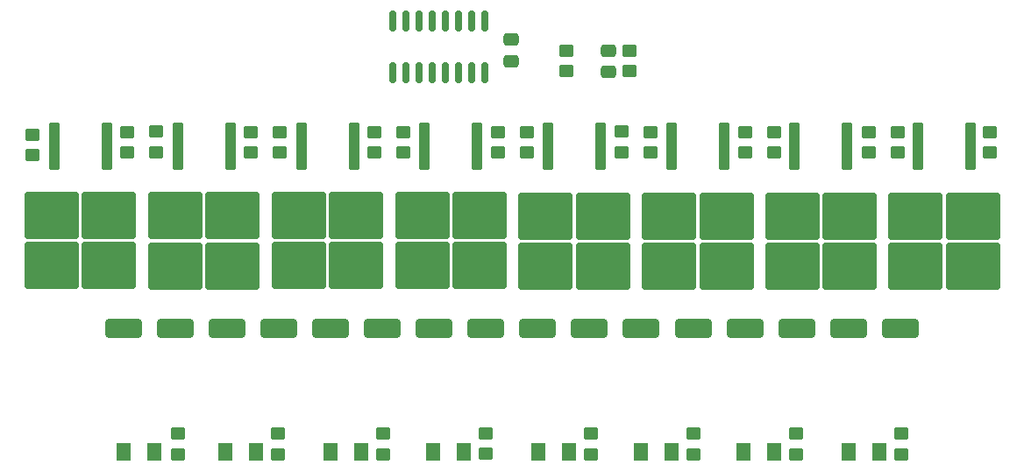
<source format=gtp>
G04 #@! TF.GenerationSoftware,KiCad,Pcbnew,7.0.1*
G04 #@! TF.CreationDate,2025-03-09T11:20:59-05:00*
G04 #@! TF.ProjectId,Shift Register Mosfet Array V3,53686966-7420-4526-9567-697374657220,rev?*
G04 #@! TF.SameCoordinates,Original*
G04 #@! TF.FileFunction,Paste,Top*
G04 #@! TF.FilePolarity,Positive*
%FSLAX46Y46*%
G04 Gerber Fmt 4.6, Leading zero omitted, Abs format (unit mm)*
G04 Created by KiCad (PCBNEW 7.0.1) date 2025-03-09 11:20:59*
%MOMM*%
%LPD*%
G01*
G04 APERTURE LIST*
G04 Aperture macros list*
%AMRoundRect*
0 Rectangle with rounded corners*
0 $1 Rounding radius*
0 $2 $3 $4 $5 $6 $7 $8 $9 X,Y pos of 4 corners*
0 Add a 4 corners polygon primitive as box body*
4,1,4,$2,$3,$4,$5,$6,$7,$8,$9,$2,$3,0*
0 Add four circle primitives for the rounded corners*
1,1,$1+$1,$2,$3*
1,1,$1+$1,$4,$5*
1,1,$1+$1,$6,$7*
1,1,$1+$1,$8,$9*
0 Add four rect primitives between the rounded corners*
20,1,$1+$1,$2,$3,$4,$5,0*
20,1,$1+$1,$4,$5,$6,$7,0*
20,1,$1+$1,$6,$7,$8,$9,0*
20,1,$1+$1,$8,$9,$2,$3,0*%
G04 Aperture macros list end*
%ADD10RoundRect,0.250000X-0.475000X0.337500X-0.475000X-0.337500X0.475000X-0.337500X0.475000X0.337500X0*%
%ADD11RoundRect,0.250000X-0.450000X0.350000X-0.450000X-0.350000X0.450000X-0.350000X0.450000X0.350000X0*%
%ADD12RoundRect,0.150000X0.150000X-0.825000X0.150000X0.825000X-0.150000X0.825000X-0.150000X-0.825000X0*%
%ADD13RoundRect,0.250000X-0.300000X2.050000X-0.300000X-2.050000X0.300000X-2.050000X0.300000X2.050000X0*%
%ADD14RoundRect,0.250000X-2.375000X2.025000X-2.375000X-2.025000X2.375000X-2.025000X2.375000X2.025000X0*%
%ADD15RoundRect,0.250000X1.500000X0.650000X-1.500000X0.650000X-1.500000X-0.650000X1.500000X-0.650000X0*%
%ADD16RoundRect,0.250000X0.450000X-0.350000X0.450000X0.350000X-0.450000X0.350000X-0.450000X-0.350000X0*%
%ADD17RoundRect,0.250001X-0.462499X-0.624999X0.462499X-0.624999X0.462499X0.624999X-0.462499X0.624999X0*%
G04 APERTURE END LIST*
D10*
X111252000Y-99081500D03*
X111252000Y-97006500D03*
D11*
X116586000Y-98060000D03*
X116586000Y-100060000D03*
D10*
X120650000Y-98054500D03*
X120650000Y-100129500D03*
D11*
X122682000Y-100076000D03*
X122682000Y-98076000D03*
D12*
X99822000Y-95250000D03*
X101092000Y-95250000D03*
X102362000Y-95250000D03*
X103632000Y-95250000D03*
X104902000Y-95250000D03*
X106172000Y-95250000D03*
X107442000Y-95250000D03*
X108712000Y-95250000D03*
X108712000Y-100200000D03*
X107442000Y-100200000D03*
X106172000Y-100200000D03*
X104902000Y-100200000D03*
X103632000Y-100200000D03*
X102362000Y-100200000D03*
X101092000Y-100200000D03*
X99822000Y-100200000D03*
D13*
X126708000Y-107363000D03*
D14*
X126473000Y-118938000D03*
X132023000Y-118938000D03*
X126473000Y-114088000D03*
X132023000Y-114088000D03*
D13*
X131788000Y-107363000D03*
D15*
X88792000Y-124968000D03*
X83792000Y-124968000D03*
X78792000Y-124968000D03*
X73792000Y-124968000D03*
X148792000Y-124968000D03*
X143792000Y-124968000D03*
X128792000Y-124968000D03*
X123792000Y-124968000D03*
X118792000Y-124968000D03*
X113792000Y-124968000D03*
X138792000Y-124968000D03*
X133792000Y-124968000D03*
X108792000Y-124968000D03*
X103792000Y-124968000D03*
X98792000Y-124968000D03*
X93792000Y-124968000D03*
D13*
X107950000Y-107297000D03*
D14*
X108185000Y-114022000D03*
X102635000Y-114022000D03*
X108185000Y-118872000D03*
X102635000Y-118872000D03*
D13*
X102870000Y-107297000D03*
D11*
X112776000Y-105950000D03*
X112776000Y-107950000D03*
D13*
X119869000Y-107363000D03*
D14*
X120104000Y-114088000D03*
X114554000Y-114088000D03*
X120104000Y-118938000D03*
X114554000Y-118938000D03*
D13*
X114789000Y-107363000D03*
D16*
X145796000Y-107950000D03*
X145796000Y-105950000D03*
X74168000Y-107934000D03*
X74168000Y-105934000D03*
D11*
X88726000Y-135112000D03*
X88726000Y-137112000D03*
D13*
X79013000Y-107321000D03*
D14*
X78778000Y-118896000D03*
X84328000Y-118896000D03*
X78778000Y-114046000D03*
X84328000Y-114046000D03*
D13*
X84093000Y-107321000D03*
D11*
X148924000Y-135096000D03*
X148924000Y-137096000D03*
X65024000Y-108188000D03*
X65024000Y-106188000D03*
D16*
X157480000Y-107950000D03*
X157480000Y-105950000D03*
D11*
X138764000Y-135096000D03*
X138764000Y-137096000D03*
X88900000Y-105950000D03*
X88900000Y-107950000D03*
X148590000Y-105950000D03*
X148590000Y-107950000D03*
D17*
X103712000Y-136858000D03*
X106687000Y-136858000D03*
D11*
X76962000Y-105918000D03*
X76962000Y-107918000D03*
D16*
X109982000Y-107950000D03*
X109982000Y-105950000D03*
D17*
X143844000Y-136858000D03*
X146819000Y-136858000D03*
D16*
X86106000Y-107934000D03*
X86106000Y-105934000D03*
D11*
X100838000Y-105950000D03*
X100838000Y-107950000D03*
D13*
X150508000Y-107363000D03*
D14*
X150273000Y-118938000D03*
X155823000Y-118938000D03*
X150273000Y-114088000D03*
X155823000Y-114088000D03*
D13*
X155588000Y-107363000D03*
D17*
X123778000Y-136858000D03*
X126753000Y-136858000D03*
D11*
X118952000Y-135096000D03*
X118952000Y-137096000D03*
X98886000Y-135112000D03*
X98886000Y-137112000D03*
D17*
X113872000Y-136858000D03*
X116847000Y-136858000D03*
X83646000Y-136858000D03*
X86621000Y-136858000D03*
D13*
X143688000Y-107363000D03*
D14*
X143923000Y-114088000D03*
X138373000Y-114088000D03*
X143923000Y-118938000D03*
X138373000Y-118938000D03*
D13*
X138608000Y-107363000D03*
D16*
X133858000Y-107950000D03*
X133858000Y-105950000D03*
D13*
X96031000Y-107297000D03*
D14*
X96266000Y-114022000D03*
X90716000Y-114022000D03*
X96266000Y-118872000D03*
X90716000Y-118872000D03*
D13*
X90951000Y-107297000D03*
D11*
X108792000Y-135080000D03*
X108792000Y-137080000D03*
D17*
X133684000Y-136858000D03*
X136659000Y-136858000D03*
D11*
X79074000Y-137112000D03*
X79074000Y-135112000D03*
D16*
X98044000Y-107950000D03*
X98044000Y-105950000D03*
D17*
X93806000Y-136858000D03*
X96781000Y-136858000D03*
D13*
X72155000Y-107297000D03*
D14*
X72390000Y-114022000D03*
X66840000Y-114022000D03*
X72390000Y-118872000D03*
X66840000Y-118872000D03*
D13*
X67075000Y-107297000D03*
D17*
X73813000Y-136858000D03*
X76788000Y-136858000D03*
D16*
X121920000Y-107918000D03*
X121920000Y-105918000D03*
D11*
X124714000Y-107950000D03*
X124714000Y-105950000D03*
X136652000Y-105950000D03*
X136652000Y-107950000D03*
X128858000Y-135112000D03*
X128858000Y-137112000D03*
M02*

</source>
